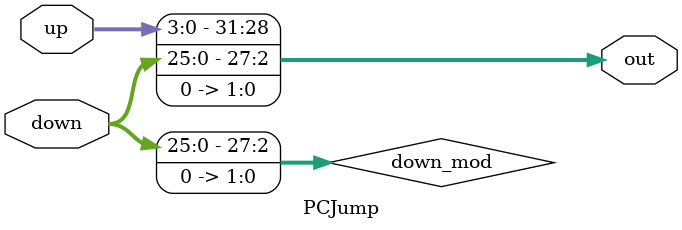
<source format=v>
module PCJump (
    input [3:0] up,
    input [25:0] down,
    output [31:0] out
);
    wire [27:0] down_mod;

    assign down_mod = down << 2;
    assign out = {up,down_mod};

endmodule
</source>
